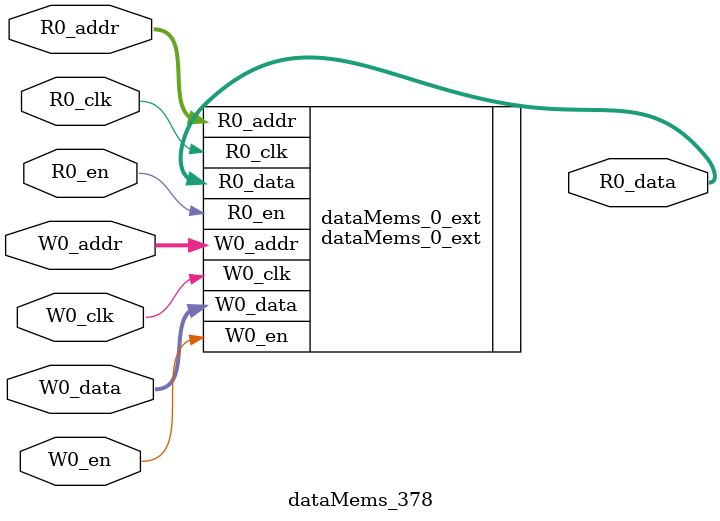
<source format=sv>
`ifndef RANDOMIZE
  `ifdef RANDOMIZE_REG_INIT
    `define RANDOMIZE
  `endif // RANDOMIZE_REG_INIT
`endif // not def RANDOMIZE
`ifndef RANDOMIZE
  `ifdef RANDOMIZE_MEM_INIT
    `define RANDOMIZE
  `endif // RANDOMIZE_MEM_INIT
`endif // not def RANDOMIZE

`ifndef RANDOM
  `define RANDOM $random
`endif // not def RANDOM

// Users can define 'PRINTF_COND' to add an extra gate to prints.
`ifndef PRINTF_COND_
  `ifdef PRINTF_COND
    `define PRINTF_COND_ (`PRINTF_COND)
  `else  // PRINTF_COND
    `define PRINTF_COND_ 1
  `endif // PRINTF_COND
`endif // not def PRINTF_COND_

// Users can define 'ASSERT_VERBOSE_COND' to add an extra gate to assert error printing.
`ifndef ASSERT_VERBOSE_COND_
  `ifdef ASSERT_VERBOSE_COND
    `define ASSERT_VERBOSE_COND_ (`ASSERT_VERBOSE_COND)
  `else  // ASSERT_VERBOSE_COND
    `define ASSERT_VERBOSE_COND_ 1
  `endif // ASSERT_VERBOSE_COND
`endif // not def ASSERT_VERBOSE_COND_

// Users can define 'STOP_COND' to add an extra gate to stop conditions.
`ifndef STOP_COND_
  `ifdef STOP_COND
    `define STOP_COND_ (`STOP_COND)
  `else  // STOP_COND
    `define STOP_COND_ 1
  `endif // STOP_COND
`endif // not def STOP_COND_

// Users can define INIT_RANDOM as general code that gets injected into the
// initializer block for modules with registers.
`ifndef INIT_RANDOM
  `define INIT_RANDOM
`endif // not def INIT_RANDOM

// If using random initialization, you can also define RANDOMIZE_DELAY to
// customize the delay used, otherwise 0.002 is used.
`ifndef RANDOMIZE_DELAY
  `define RANDOMIZE_DELAY 0.002
`endif // not def RANDOMIZE_DELAY

// Define INIT_RANDOM_PROLOG_ for use in our modules below.
`ifndef INIT_RANDOM_PROLOG_
  `ifdef RANDOMIZE
    `ifdef VERILATOR
      `define INIT_RANDOM_PROLOG_ `INIT_RANDOM
    `else  // VERILATOR
      `define INIT_RANDOM_PROLOG_ `INIT_RANDOM #`RANDOMIZE_DELAY begin end
    `endif // VERILATOR
  `else  // RANDOMIZE
    `define INIT_RANDOM_PROLOG_
  `endif // RANDOMIZE
`endif // not def INIT_RANDOM_PROLOG_

// Include register initializers in init blocks unless synthesis is set
`ifndef SYNTHESIS
  `ifndef ENABLE_INITIAL_REG_
    `define ENABLE_INITIAL_REG_
  `endif // not def ENABLE_INITIAL_REG_
`endif // not def SYNTHESIS

// Include rmemory initializers in init blocks unless synthesis is set
`ifndef SYNTHESIS
  `ifndef ENABLE_INITIAL_MEM_
    `define ENABLE_INITIAL_MEM_
  `endif // not def ENABLE_INITIAL_MEM_
`endif // not def SYNTHESIS

module dataMems_378(	// @[generators/ara/src/main/scala/UnsafeAXI4ToTL.scala:365:62]
  input  [4:0]  R0_addr,
  input         R0_en,
  input         R0_clk,
  output [66:0] R0_data,
  input  [4:0]  W0_addr,
  input         W0_en,
  input         W0_clk,
  input  [66:0] W0_data
);

  dataMems_0_ext dataMems_0_ext (	// @[generators/ara/src/main/scala/UnsafeAXI4ToTL.scala:365:62]
    .R0_addr (R0_addr),
    .R0_en   (R0_en),
    .R0_clk  (R0_clk),
    .R0_data (R0_data),
    .W0_addr (W0_addr),
    .W0_en   (W0_en),
    .W0_clk  (W0_clk),
    .W0_data (W0_data)
  );
endmodule


</source>
